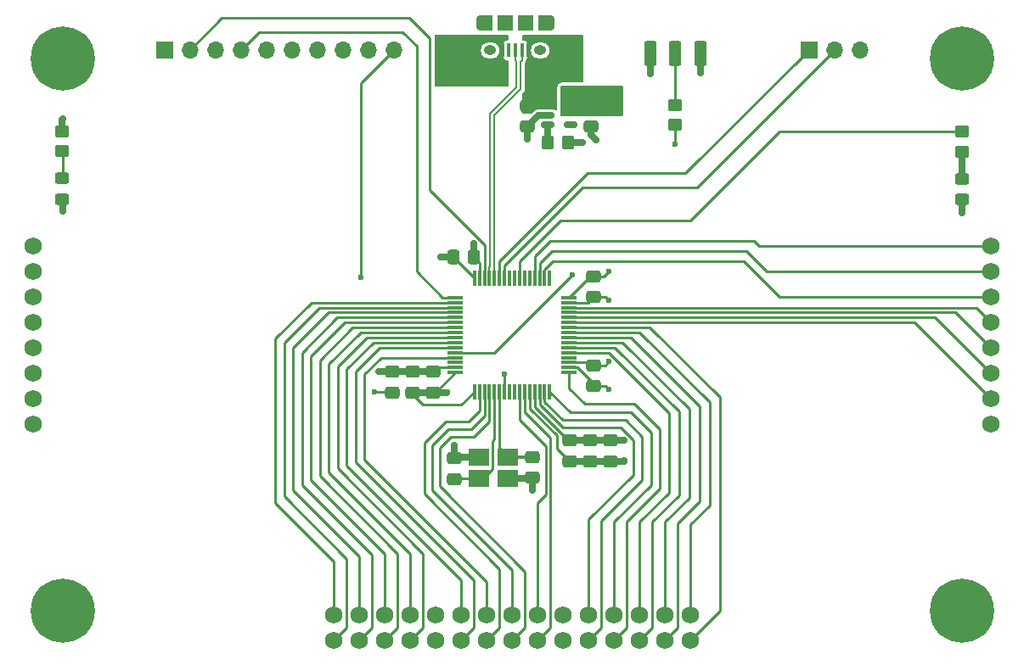
<source format=gbr>
%TF.GenerationSoftware,KiCad,Pcbnew,8.0.7*%
%TF.CreationDate,2025-01-22T16:07:47-05:00*%
%TF.ProjectId,companion,636f6d70-616e-4696-9f6e-2e6b69636164,rev?*%
%TF.SameCoordinates,Original*%
%TF.FileFunction,Copper,L1,Top*%
%TF.FilePolarity,Positive*%
%FSLAX46Y46*%
G04 Gerber Fmt 4.6, Leading zero omitted, Abs format (unit mm)*
G04 Created by KiCad (PCBNEW 8.0.7) date 2025-01-22 16:07:47*
%MOMM*%
%LPD*%
G01*
G04 APERTURE LIST*
G04 Aperture macros list*
%AMRoundRect*
0 Rectangle with rounded corners*
0 $1 Rounding radius*
0 $2 $3 $4 $5 $6 $7 $8 $9 X,Y pos of 4 corners*
0 Add a 4 corners polygon primitive as box body*
4,1,4,$2,$3,$4,$5,$6,$7,$8,$9,$2,$3,0*
0 Add four circle primitives for the rounded corners*
1,1,$1+$1,$2,$3*
1,1,$1+$1,$4,$5*
1,1,$1+$1,$6,$7*
1,1,$1+$1,$8,$9*
0 Add four rect primitives between the rounded corners*
20,1,$1+$1,$2,$3,$4,$5,0*
20,1,$1+$1,$4,$5,$6,$7,0*
20,1,$1+$1,$6,$7,$8,$9,0*
20,1,$1+$1,$8,$9,$2,$3,0*%
G04 Aperture macros list end*
%TA.AperFunction,ComponentPad*%
%ADD10C,1.750000*%
%TD*%
%TA.AperFunction,SMDPad,CuDef*%
%ADD11RoundRect,0.250000X-0.475000X0.337500X-0.475000X-0.337500X0.475000X-0.337500X0.475000X0.337500X0*%
%TD*%
%TA.AperFunction,SMDPad,CuDef*%
%ADD12RoundRect,0.075000X0.075000X-0.700000X0.075000X0.700000X-0.075000X0.700000X-0.075000X-0.700000X0*%
%TD*%
%TA.AperFunction,SMDPad,CuDef*%
%ADD13RoundRect,0.075000X0.700000X-0.075000X0.700000X0.075000X-0.700000X0.075000X-0.700000X-0.075000X0*%
%TD*%
%TA.AperFunction,ComponentPad*%
%ADD14C,0.800000*%
%TD*%
%TA.AperFunction,ComponentPad*%
%ADD15C,6.400000*%
%TD*%
%TA.AperFunction,SMDPad,CuDef*%
%ADD16RoundRect,0.250000X0.475000X-0.337500X0.475000X0.337500X-0.475000X0.337500X-0.475000X-0.337500X0*%
%TD*%
%TA.AperFunction,SMDPad,CuDef*%
%ADD17RoundRect,0.250000X0.450000X-0.350000X0.450000X0.350000X-0.450000X0.350000X-0.450000X-0.350000X0*%
%TD*%
%TA.AperFunction,SMDPad,CuDef*%
%ADD18R,2.100000X1.725000*%
%TD*%
%TA.AperFunction,SMDPad,CuDef*%
%ADD19R,0.400000X1.350000*%
%TD*%
%TA.AperFunction,ComponentPad*%
%ADD20O,0.890000X1.550000*%
%TD*%
%TA.AperFunction,SMDPad,CuDef*%
%ADD21R,1.200000X1.550000*%
%TD*%
%TA.AperFunction,ComponentPad*%
%ADD22O,1.250000X0.950000*%
%TD*%
%TA.AperFunction,SMDPad,CuDef*%
%ADD23R,1.500000X1.550000*%
%TD*%
%TA.AperFunction,SMDPad,CuDef*%
%ADD24RoundRect,0.250000X-0.337500X-0.475000X0.337500X-0.475000X0.337500X0.475000X-0.337500X0.475000X0*%
%TD*%
%TA.AperFunction,SMDPad,CuDef*%
%ADD25RoundRect,0.250000X0.375000X1.000000X-0.375000X1.000000X-0.375000X-1.000000X0.375000X-1.000000X0*%
%TD*%
%TA.AperFunction,ComponentPad*%
%ADD26R,1.700000X1.700000*%
%TD*%
%TA.AperFunction,ComponentPad*%
%ADD27O,1.700000X1.700000*%
%TD*%
%TA.AperFunction,SMDPad,CuDef*%
%ADD28RoundRect,0.250000X-0.450000X0.325000X-0.450000X-0.325000X0.450000X-0.325000X0.450000X0.325000X0*%
%TD*%
%TA.AperFunction,SMDPad,CuDef*%
%ADD29RoundRect,0.250000X0.350000X0.450000X-0.350000X0.450000X-0.350000X-0.450000X0.350000X-0.450000X0*%
%TD*%
%TA.AperFunction,SMDPad,CuDef*%
%ADD30RoundRect,0.150000X-0.512500X-0.150000X0.512500X-0.150000X0.512500X0.150000X-0.512500X0.150000X0*%
%TD*%
%TA.AperFunction,ViaPad*%
%ADD31C,0.600000*%
%TD*%
%TA.AperFunction,Conductor*%
%ADD32C,0.635000*%
%TD*%
%TA.AperFunction,Conductor*%
%ADD33C,0.254000*%
%TD*%
%TA.AperFunction,Conductor*%
%ADD34C,0.304800*%
%TD*%
%TA.AperFunction,Conductor*%
%ADD35C,0.200000*%
%TD*%
G04 APERTURE END LIST*
D10*
%TO.P,U1,1,VBUS*%
%TO.N,VBUS*%
X103632000Y-66040000D03*
%TO.P,U1,2,VBUS*%
X103632000Y-68580000D03*
%TO.P,U1,3,VBUS*%
X103632000Y-71120000D03*
%TO.P,U1,4,VBUS*%
X103632000Y-73660000D03*
%TO.P,U1,5,GND*%
%TO.N,GND*%
X103632000Y-76200000D03*
%TO.P,U1,6,GND*%
X103632000Y-78740000D03*
%TO.P,U1,7,GND*%
X103632000Y-81280000D03*
%TO.P,U1,8,GND*%
X103632000Y-83820000D03*
%TO.P,U1,9,DATA0*%
%TO.N,/DATA0*%
X133604000Y-105410000D03*
%TO.P,U1,10,DATA1*%
%TO.N,/DATA1*%
X136144000Y-105410000D03*
%TO.P,U1,11,DATA2*%
%TO.N,/DATA2*%
X138684000Y-105410000D03*
%TO.P,U1,12,DATA3*%
%TO.N,/DATA3*%
X141224000Y-105410000D03*
%TO.P,U1,13,GND*%
%TO.N,GND*%
X143764000Y-105410000D03*
%TO.P,U1,14,DATA4*%
%TO.N,/DATA4*%
X146304000Y-105410000D03*
%TO.P,U1,15,DATA5*%
%TO.N,/DATA5*%
X148844000Y-105410000D03*
%TO.P,U1,16,DATA6*%
%TO.N,/DATA6*%
X151384000Y-105410000D03*
%TO.P,U1,17,DATA7*%
%TO.N,/DATA7*%
X153924000Y-105410000D03*
%TO.P,U1,18,GND*%
%TO.N,GND*%
X156464000Y-105410000D03*
%TO.P,U1,19,DATA8*%
%TO.N,/DATA8*%
X159004000Y-105410000D03*
%TO.P,U1,20,DATA9*%
%TO.N,/DATA9*%
X161544000Y-105410000D03*
%TO.P,U1,21,DATA10*%
%TO.N,/DATA10*%
X164084000Y-105410000D03*
%TO.P,U1,22,DATA11*%
%TO.N,/DATA11*%
X166624000Y-105410000D03*
%TO.P,U1,23,DATA12*%
%TO.N,/DATA12*%
X169164000Y-105410000D03*
%TO.P,U1,24,DATA13*%
%TO.N,/DATA13*%
X169164000Y-102870000D03*
%TO.P,U1,25,DATA14*%
%TO.N,/DATA14*%
X166624000Y-102870000D03*
%TO.P,U1,26,DATA15*%
%TO.N,/DATA15*%
X164084000Y-102870000D03*
%TO.P,U1,27,ADDR5*%
%TO.N,/ADDR5*%
X161544000Y-102870000D03*
%TO.P,U1,28,ADDR4*%
%TO.N,/ADDR4*%
X159004000Y-102870000D03*
%TO.P,U1,29,GND*%
%TO.N,GND*%
X156464000Y-102870000D03*
%TO.P,U1,30,ADDR3*%
%TO.N,/ADDR3*%
X153924000Y-102870000D03*
%TO.P,U1,31,ADDR2*%
%TO.N,/ADDR2*%
X151384000Y-102870000D03*
%TO.P,U1,32,ADDR1*%
%TO.N,/ADDR1*%
X148844000Y-102870000D03*
%TO.P,U1,33,ADDR0*%
%TO.N,/ADDR0*%
X146304000Y-102870000D03*
%TO.P,U1,34,GND*%
%TO.N,GND*%
X143764000Y-102870000D03*
%TO.P,U1,35,~{WRITE}/READ*%
%TO.N,/~{W}{slash}R*%
X141224000Y-102870000D03*
%TO.P,U1,36,~{BYTE}/WORD*%
%TO.N,/~{B}{slash}W*%
X138684000Y-102870000D03*
%TO.P,U1,37,~{ENABLE}*%
%TO.N,/~{EN}*%
X136144000Y-102870000D03*
%TO.P,U1,38,CLK*%
%TO.N,/CLK*%
X133604000Y-102870000D03*
%TO.P,U1,39,GND*%
%TO.N,GND*%
X199136000Y-83820000D03*
%TO.P,U1,40,CDONE*%
%TO.N,/CDONE*%
X199136000Y-81280000D03*
%TO.P,U1,41,~{CRESET}*%
%TO.N,/~{CRESET}*%
X199136000Y-78740000D03*
%TO.P,U1,42,~{FLASH_RESET}*%
%TO.N,/~{FRESET}*%
X199136000Y-76200000D03*
%TO.P,U1,43,~{FLASH_SEL}*%
%TO.N,/~{FSEL}*%
X199136000Y-73660000D03*
%TO.P,U1,44,SCK*%
%TO.N,/SPI_SCK*%
X199136000Y-71120000D03*
%TO.P,U1,45,SDO*%
%TO.N,/SPI_MISO*%
X199136000Y-68580000D03*
%TO.P,U1,46,SDI*%
%TO.N,/SPI_MOSI*%
X199136000Y-66040000D03*
%TD*%
D11*
%TO.P,C11,1*%
%TO.N,+3.3V*%
X159258000Y-52070000D03*
%TO.P,C11,2*%
%TO.N,GND*%
X159258000Y-54145000D03*
%TD*%
D12*
%TO.P,U3,1,VDD*%
%TO.N,+3.3V*%
X147634000Y-80605000D03*
%TO.P,U3,2,PC13*%
%TO.N,/DATA5*%
X148134000Y-80605000D03*
%TO.P,U3,3,PC14*%
%TO.N,/ADDR2*%
X148634000Y-80605000D03*
%TO.P,U3,4,PC15*%
%TO.N,/DATA6*%
X149134000Y-80605000D03*
%TO.P,U3,5,PF0*%
%TO.N,/RCC_OSC_IN*%
X149634000Y-80605000D03*
%TO.P,U3,6,PF1*%
%TO.N,/RCC_OSC_OUT*%
X150134000Y-80605000D03*
%TO.P,U3,7,NRST*%
%TO.N,/NRST*%
X150634000Y-80605000D03*
%TO.P,U3,8,PC0*%
%TO.N,unconnected-(U3-PC0-Pad8)*%
X151134000Y-80605000D03*
%TO.P,U3,9,PC1*%
%TO.N,unconnected-(U3-PC1-Pad9)*%
X151634000Y-80605000D03*
%TO.P,U3,10,PC2*%
%TO.N,/ADDR3*%
X152134000Y-80605000D03*
%TO.P,U3,11,PC3*%
%TO.N,/DATA7*%
X152634000Y-80605000D03*
%TO.P,U3,12,VSSA*%
%TO.N,GND*%
X153134000Y-80605000D03*
%TO.P,U3,13,VDDA*%
%TO.N,+3.3V*%
X153634000Y-80605000D03*
%TO.P,U3,14,PA0*%
%TO.N,/ADDR4*%
X154134000Y-80605000D03*
%TO.P,U3,15,PA1*%
%TO.N,/DATA8*%
X154634000Y-80605000D03*
%TO.P,U3,16,PA2*%
%TO.N,/ADDR5*%
X155134000Y-80605000D03*
D13*
%TO.P,U3,17,PA3*%
%TO.N,/DATA9*%
X157059000Y-78680000D03*
%TO.P,U3,18,VSS*%
%TO.N,GND*%
X157059000Y-78180000D03*
%TO.P,U3,19,VDD*%
%TO.N,+3.3V*%
X157059000Y-77680000D03*
%TO.P,U3,20,PA4*%
%TO.N,unconnected-(U3-PA4-Pad20)*%
X157059000Y-77180000D03*
%TO.P,U3,21,PA5*%
%TO.N,/DATA15*%
X157059000Y-76680000D03*
%TO.P,U3,22,PA6*%
%TO.N,/DATA10*%
X157059000Y-76180000D03*
%TO.P,U3,23,PA7*%
%TO.N,/DATA14*%
X157059000Y-75680000D03*
%TO.P,U3,24,PC4*%
%TO.N,/DATA11*%
X157059000Y-75180000D03*
%TO.P,U3,25,PC5*%
%TO.N,/DATA13*%
X157059000Y-74680000D03*
%TO.P,U3,26,PB0*%
%TO.N,/DATA12*%
X157059000Y-74180000D03*
%TO.P,U3,27,PB1*%
%TO.N,/CDONE*%
X157059000Y-73680000D03*
%TO.P,U3,28,PB2*%
%TO.N,/~{CRESET}*%
X157059000Y-73180000D03*
%TO.P,U3,29,PB10*%
%TO.N,/~{FRESET}*%
X157059000Y-72680000D03*
%TO.P,U3,30,PB11*%
%TO.N,/~{FSEL}*%
X157059000Y-72180000D03*
%TO.P,U3,31,VSS*%
%TO.N,GND*%
X157059000Y-71680000D03*
%TO.P,U3,32,VDD*%
%TO.N,+3.3V*%
X157059000Y-71180000D03*
D12*
%TO.P,U3,33,PB12*%
%TO.N,unconnected-(U3-PB12-Pad33)*%
X155134000Y-69255000D03*
%TO.P,U3,34,PB13*%
%TO.N,/SPI_SCK*%
X154634000Y-69255000D03*
%TO.P,U3,35,PB14*%
%TO.N,/SPI_MISO*%
X154134000Y-69255000D03*
%TO.P,U3,36,PB15*%
%TO.N,/SPI_MOSI*%
X153634000Y-69255000D03*
%TO.P,U3,37,PC6*%
%TO.N,unconnected-(U3-PC6-Pad37)*%
X153134000Y-69255000D03*
%TO.P,U3,38,PC7*%
%TO.N,unconnected-(U3-PC7-Pad38)*%
X152634000Y-69255000D03*
%TO.P,U3,39,PC8*%
%TO.N,/LED*%
X152134000Y-69255000D03*
%TO.P,U3,40,PC9*%
%TO.N,unconnected-(U3-PC9-Pad40)*%
X151634000Y-69255000D03*
%TO.P,U3,41,PA8*%
%TO.N,unconnected-(U3-PA8-Pad41)*%
X151134000Y-69255000D03*
%TO.P,U3,42,PA9*%
%TO.N,/BOOT_TX*%
X150634000Y-69255000D03*
%TO.P,U3,43,PA10*%
%TO.N,/BOOT_RX*%
X150134000Y-69255000D03*
%TO.P,U3,44,PA11*%
%TO.N,/USB_D-*%
X149634000Y-69255000D03*
%TO.P,U3,45,PA12*%
%TO.N,/USB_D+*%
X149134000Y-69255000D03*
%TO.P,U3,46,PA13*%
%TO.N,/SYS_SWDIO*%
X148634000Y-69255000D03*
%TO.P,U3,47,VSS*%
%TO.N,GND*%
X148134000Y-69255000D03*
%TO.P,U3,48,VDD*%
%TO.N,+3.3V*%
X147634000Y-69255000D03*
D13*
%TO.P,U3,49,PA14*%
%TO.N,/SYS_SWCLK*%
X145709000Y-71180000D03*
%TO.P,U3,50,PA15*%
%TO.N,/CLK*%
X145709000Y-71680000D03*
%TO.P,U3,51,PC10*%
%TO.N,/DATA0*%
X145709000Y-72180000D03*
%TO.P,U3,52,PC11*%
%TO.N,/~{EN}*%
X145709000Y-72680000D03*
%TO.P,U3,53,PC12*%
%TO.N,/DATA1*%
X145709000Y-73180000D03*
%TO.P,U3,54,PD2*%
%TO.N,/~{B}{slash}W*%
X145709000Y-73680000D03*
%TO.P,U3,55,PB3*%
%TO.N,/DATA2*%
X145709000Y-74180000D03*
%TO.P,U3,56,PB4*%
%TO.N,/~{W}{slash}R*%
X145709000Y-74680000D03*
%TO.P,U3,57,PB5*%
%TO.N,/DATA3*%
X145709000Y-75180000D03*
%TO.P,U3,58,PB6*%
%TO.N,/ADDR0*%
X145709000Y-75680000D03*
%TO.P,U3,59,PB7*%
%TO.N,/DATA4*%
X145709000Y-76180000D03*
%TO.P,U3,60,BOOT0*%
%TO.N,/BOOT0*%
X145709000Y-76680000D03*
%TO.P,U3,61,PB8*%
%TO.N,/ADDR1*%
X145709000Y-77180000D03*
%TO.P,U3,62,PB9*%
%TO.N,unconnected-(U3-PB9-Pad62)*%
X145709000Y-77680000D03*
%TO.P,U3,63,VSS*%
%TO.N,GND*%
X145709000Y-78180000D03*
%TO.P,U3,64,VDD*%
%TO.N,+3.3V*%
X145709000Y-78680000D03*
%TD*%
D14*
%TO.P,H3,1,1*%
%TO.N,GND*%
X193815000Y-102489000D03*
X194517944Y-100791944D03*
X194517944Y-104186056D03*
X196215000Y-100089000D03*
D15*
X196215000Y-102489000D03*
D14*
X196215000Y-104889000D03*
X197912056Y-100791944D03*
X197912056Y-104186056D03*
X198615000Y-102489000D03*
%TD*%
D11*
%TO.P,C1,1*%
%TO.N,+3.3V*%
X157099000Y-85449500D03*
%TO.P,C1,2*%
%TO.N,GND*%
X157099000Y-87524500D03*
%TD*%
D14*
%TO.P,H1,1,1*%
%TO.N,GND*%
X104153000Y-47371000D03*
X104855944Y-45673944D03*
X104855944Y-49068056D03*
X106553000Y-44971000D03*
D15*
X106553000Y-47371000D03*
D14*
X106553000Y-49771000D03*
X108250056Y-45673944D03*
X108250056Y-49068056D03*
X108953000Y-47371000D03*
%TD*%
D16*
%TO.P,C9,1*%
%TO.N,/NRST*%
X139446000Y-80666500D03*
%TO.P,C9,2*%
%TO.N,GND*%
X139446000Y-78591500D03*
%TD*%
D11*
%TO.P,C3,1*%
%TO.N,+3.3V*%
X161163000Y-85449500D03*
%TO.P,C3,2*%
%TO.N,GND*%
X161163000Y-87524500D03*
%TD*%
D17*
%TO.P,R4,1*%
%TO.N,Net-(D2-K)*%
X196215000Y-56642000D03*
%TO.P,R4,2*%
%TO.N,/LED*%
X196215000Y-54642000D03*
%TD*%
D11*
%TO.P,C10,1*%
%TO.N,VBUS*%
X152908000Y-52048500D03*
%TO.P,C10,2*%
%TO.N,GND*%
X152908000Y-54123500D03*
%TD*%
D17*
%TO.P,R2,1*%
%TO.N,/BOOT0*%
X167640000Y-53959000D03*
%TO.P,R2,2*%
%TO.N,Net-(SW1-B)*%
X167640000Y-51959000D03*
%TD*%
D16*
%TO.P,C12,1*%
%TO.N,/RCC_OSC_IN*%
X145658250Y-89302500D03*
%TO.P,C12,2*%
%TO.N,GND*%
X145658250Y-87227500D03*
%TD*%
D18*
%TO.P,Y1,1,1*%
%TO.N,/RCC_OSC_IN*%
X148092250Y-89281000D03*
%TO.P,Y1,2,2*%
%TO.N,GND*%
X150992250Y-89281000D03*
%TO.P,Y1,3,3*%
%TO.N,/RCC_OSC_OUT*%
X150992250Y-87106000D03*
%TO.P,Y1,4,4*%
%TO.N,GND*%
X148092250Y-87106000D03*
%TD*%
D14*
%TO.P,H2,1,1*%
%TO.N,GND*%
X193815000Y-47371000D03*
X194517944Y-45673944D03*
X194517944Y-49068056D03*
X196215000Y-44971000D03*
D15*
X196215000Y-47371000D03*
D14*
X196215000Y-49771000D03*
X197912056Y-45673944D03*
X197912056Y-49068056D03*
X198615000Y-47371000D03*
%TD*%
D16*
%TO.P,C6,1*%
%TO.N,+3.3V*%
X143510000Y-80666500D03*
%TO.P,C6,2*%
%TO.N,GND*%
X143510000Y-78591500D03*
%TD*%
D19*
%TO.P,J1,1,VBUS*%
%TO.N,VBUS*%
X153009000Y-46515000D03*
%TO.P,J1,2,D-*%
%TO.N,/USB_D-*%
X152359000Y-46515000D03*
%TO.P,J1,3,D+*%
%TO.N,/USB_D+*%
X151709000Y-46515000D03*
%TO.P,J1,4,ID*%
%TO.N,unconnected-(J1-ID-Pad4)*%
X151059000Y-46515000D03*
%TO.P,J1,5,GND*%
%TO.N,GND*%
X150409000Y-46515000D03*
D20*
%TO.P,J1,6,Shield*%
%TO.N,unconnected-(J1-Shield-Pad6)_2*%
X155209000Y-43815000D03*
D21*
X154609000Y-43815000D03*
D22*
X154209000Y-46515000D03*
D23*
X152709000Y-43815000D03*
X150709000Y-43815000D03*
D22*
X149209000Y-46515000D03*
D21*
X148809000Y-43815000D03*
D20*
X148209000Y-43815000D03*
%TD*%
D24*
%TO.P,C7,1*%
%TO.N,+3.3V*%
X145520500Y-67183000D03*
%TO.P,C7,2*%
%TO.N,GND*%
X147595500Y-67183000D03*
%TD*%
D11*
%TO.P,C5,1*%
%TO.N,+3.3V*%
X159512000Y-69066500D03*
%TO.P,C5,2*%
%TO.N,GND*%
X159512000Y-71141500D03*
%TD*%
D25*
%TO.P,SW1,1,A*%
%TO.N,GND*%
X170167000Y-46819000D03*
%TO.P,SW1,2,B*%
%TO.N,Net-(SW1-B)*%
X167667000Y-46819000D03*
%TO.P,SW1,3,C*%
%TO.N,+3.3V*%
X165167000Y-46819000D03*
%TD*%
D17*
%TO.P,R3,1*%
%TO.N,Net-(D1-K)*%
X106508000Y-56580000D03*
%TO.P,R3,2*%
%TO.N,GND*%
X106508000Y-54580000D03*
%TD*%
D26*
%TO.P,J2,1,Pin_1*%
%TO.N,+3.3V*%
X116713000Y-46482000D03*
D27*
%TO.P,J2,2,Pin_2*%
%TO.N,/SYS_SWDIO*%
X119253000Y-46482000D03*
%TO.P,J2,3,Pin_3*%
%TO.N,GND*%
X121793000Y-46482000D03*
%TO.P,J2,4,Pin_4*%
%TO.N,/SYS_SWCLK*%
X124333000Y-46482000D03*
%TO.P,J2,5,Pin_5*%
%TO.N,GND*%
X126873000Y-46482000D03*
%TO.P,J2,6,Pin_6*%
%TO.N,unconnected-(J2-Pin_6-Pad6)*%
X129413000Y-46482000D03*
%TO.P,J2,7,Pin_7*%
%TO.N,unconnected-(J2-Pin_7-Pad7)*%
X131953000Y-46482000D03*
%TO.P,J2,8,Pin_8*%
%TO.N,unconnected-(J2-Pin_8-Pad8)*%
X134493000Y-46482000D03*
%TO.P,J2,9,Pin_9*%
%TO.N,GND*%
X137033000Y-46482000D03*
%TO.P,J2,10,Pin_10*%
%TO.N,/NRST*%
X139573000Y-46482000D03*
%TD*%
D14*
%TO.P,H4,1,1*%
%TO.N,GND*%
X104153000Y-102489000D03*
X104855944Y-100791944D03*
X104855944Y-104186056D03*
X106553000Y-100089000D03*
D15*
X106553000Y-102489000D03*
D14*
X106553000Y-104889000D03*
X108250056Y-100791944D03*
X108250056Y-104186056D03*
X108953000Y-102489000D03*
%TD*%
D28*
%TO.P,D2,1,K*%
%TO.N,Net-(D2-K)*%
X196215000Y-59362000D03*
%TO.P,D2,2,A*%
%TO.N,+3.3V*%
X196215000Y-61412000D03*
%TD*%
D29*
%TO.P,R1,1*%
%TO.N,VBUS*%
X156956000Y-55753000D03*
%TO.P,R1,2*%
%TO.N,Net-(U2-EN)*%
X154956000Y-55753000D03*
%TD*%
D16*
%TO.P,C8,1*%
%TO.N,+3.3V*%
X141478000Y-80666500D03*
%TO.P,C8,2*%
%TO.N,GND*%
X141478000Y-78591500D03*
%TD*%
D30*
%TO.P,U2,1,VIN*%
%TO.N,VBUS*%
X154951000Y-52075000D03*
%TO.P,U2,2,GND*%
%TO.N,GND*%
X154951000Y-53025000D03*
%TO.P,U2,3,EN*%
%TO.N,Net-(U2-EN)*%
X154951000Y-53975000D03*
%TO.P,U2,4,NC*%
%TO.N,unconnected-(U2-NC-Pad4)*%
X157226000Y-53975000D03*
%TO.P,U2,5,VOUT*%
%TO.N,+3.3V*%
X157226000Y-52075000D03*
%TD*%
D11*
%TO.P,C2,1*%
%TO.N,+3.3V*%
X159131000Y-85449500D03*
%TO.P,C2,2*%
%TO.N,GND*%
X159131000Y-87524500D03*
%TD*%
D26*
%TO.P,J3,1,Pin_1*%
%TO.N,/BOOT_RX*%
X180975000Y-46482000D03*
D27*
%TO.P,J3,2,Pin_2*%
%TO.N,/BOOT_TX*%
X183515000Y-46482000D03*
%TO.P,J3,3,Pin_3*%
%TO.N,GND*%
X186055000Y-46482000D03*
%TD*%
D28*
%TO.P,D1,1,K*%
%TO.N,Net-(D1-K)*%
X106508000Y-59300000D03*
%TO.P,D1,2,A*%
%TO.N,+3.3V*%
X106508000Y-61350000D03*
%TD*%
D11*
%TO.P,C13,1*%
%TO.N,/RCC_OSC_OUT*%
X153405250Y-87100500D03*
%TO.P,C13,2*%
%TO.N,GND*%
X153405250Y-89175500D03*
%TD*%
%TO.P,C4,1*%
%TO.N,+3.3V*%
X159512000Y-77956500D03*
%TO.P,C4,2*%
%TO.N,GND*%
X159512000Y-80031500D03*
%TD*%
D31*
%TO.N,GND*%
X162560000Y-87503000D03*
X159766000Y-55499000D03*
X161036000Y-71501000D03*
X149987000Y-49403000D03*
X170180000Y-48768000D03*
X144272000Y-45339000D03*
X148844000Y-48387000D03*
X144272000Y-48387000D03*
X145415000Y-45339000D03*
X145415000Y-49403000D03*
X146558000Y-47371000D03*
X145415000Y-47371000D03*
X146558000Y-48387000D03*
X138049000Y-78613000D03*
X147701000Y-48387000D03*
X146558000Y-49403000D03*
X144272000Y-47371000D03*
X147574000Y-65786000D03*
X147701000Y-49403000D03*
X145415000Y-48387000D03*
X161036000Y-80391000D03*
X146558000Y-46355000D03*
X148844000Y-49403000D03*
X106553000Y-53340000D03*
X144272000Y-49403000D03*
X146558000Y-45339000D03*
X144272000Y-46355000D03*
X145415000Y-46355000D03*
X152908000Y-55372000D03*
X145658250Y-85979000D03*
X153405250Y-90424000D03*
X149987000Y-48387000D03*
%TO.N,+3.3V*%
X106553000Y-62611000D03*
X196215000Y-62738000D03*
X161417000Y-52197000D03*
X161036000Y-77597000D03*
X161417000Y-50419000D03*
X165167000Y-48828000D03*
X159131000Y-50419000D03*
X161417000Y-51308000D03*
X160274000Y-51308000D03*
X162560000Y-85471000D03*
X144907000Y-80645000D03*
X161036000Y-68580000D03*
X144272000Y-67183000D03*
X157988000Y-51308000D03*
X160274000Y-50419000D03*
X157988000Y-50419000D03*
%TO.N,VBUS*%
X156845000Y-45339000D03*
X153416000Y-49403000D03*
X156845000Y-46355000D03*
X157988000Y-46355000D03*
X155702000Y-48387000D03*
X156845000Y-48387000D03*
X154559000Y-49403000D03*
X158369000Y-55753000D03*
X153416000Y-48387000D03*
X157988000Y-49403000D03*
X156845000Y-47371000D03*
X154559000Y-48387000D03*
X154559000Y-50419000D03*
X157988000Y-48387000D03*
X157988000Y-47371000D03*
X153416000Y-50419000D03*
X156845000Y-49403000D03*
X155702000Y-49403000D03*
X157988000Y-45339000D03*
%TO.N,/BOOT0*%
X157353000Y-68961000D03*
X167640000Y-55880000D03*
%TO.N,/NRST*%
X136271000Y-69215000D03*
X137668000Y-80645000D03*
X150622000Y-78867000D03*
%TD*%
D32*
%TO.N,GND*%
X170167000Y-48755000D02*
X170180000Y-48768000D01*
D33*
X157904592Y-78180000D02*
X159512000Y-79787408D01*
X159512000Y-71141500D02*
X160676500Y-71141500D01*
D32*
X145779750Y-87106000D02*
X145658250Y-87227500D01*
X145658250Y-87227500D02*
X145658250Y-85979000D01*
D33*
X148134000Y-67721500D02*
X147595500Y-67183000D01*
X160676500Y-71141500D02*
X161036000Y-71501000D01*
D32*
X106508000Y-53385000D02*
X106553000Y-53340000D01*
D33*
X147595500Y-65807500D02*
X147574000Y-65786000D01*
X143921500Y-78180000D02*
X143510000Y-78591500D01*
D32*
X138070500Y-78591500D02*
X138049000Y-78613000D01*
D33*
X153134000Y-80605000D02*
X153134000Y-82268000D01*
D32*
X143510000Y-78591500D02*
X141478000Y-78591500D01*
X154951000Y-53025000D02*
X154006500Y-53025000D01*
D33*
X159512000Y-80031500D02*
X160676500Y-80031500D01*
D32*
X141478000Y-78591500D02*
X139446000Y-78591500D01*
X106508000Y-54580000D02*
X106508000Y-53385000D01*
D33*
X159512000Y-79787408D02*
X159512000Y-80031500D01*
D32*
X139446000Y-78591500D02*
X138070500Y-78591500D01*
D33*
X157059000Y-71680000D02*
X158973500Y-71680000D01*
X157059000Y-78180000D02*
X157904592Y-78180000D01*
D32*
X150992250Y-89281000D02*
X153299750Y-89281000D01*
D33*
X155829000Y-86254500D02*
X157099000Y-87524500D01*
X145709000Y-78180000D02*
X143921500Y-78180000D01*
X148134000Y-69255000D02*
X148134000Y-67721500D01*
D32*
X147595500Y-67183000D02*
X147595500Y-65807500D01*
X170167000Y-46819000D02*
X170167000Y-48755000D01*
X154006500Y-53025000D02*
X152908000Y-54123500D01*
X159258000Y-54145000D02*
X159258000Y-54991000D01*
X153405250Y-89175500D02*
X153405250Y-90424000D01*
D33*
X153134000Y-82268000D02*
X155829000Y-84963000D01*
D32*
X152908000Y-54123500D02*
X152908000Y-55372000D01*
X153299750Y-89281000D02*
X153405250Y-89175500D01*
D33*
X158973500Y-71680000D02*
X159512000Y-71141500D01*
D32*
X162538500Y-87524500D02*
X162560000Y-87503000D01*
X148092250Y-87106000D02*
X145779750Y-87106000D01*
X159258000Y-54991000D02*
X159766000Y-55499000D01*
D33*
X155829000Y-84963000D02*
X155829000Y-86254500D01*
X160676500Y-80031500D02*
X161036000Y-80391000D01*
D32*
X157099000Y-87524500D02*
X162538500Y-87524500D01*
%TO.N,+3.3V*%
X106553000Y-61350000D02*
X106553000Y-62611000D01*
X157099000Y-85449500D02*
X162538500Y-85449500D01*
D33*
X141478000Y-80899000D02*
X141478000Y-80666500D01*
X157059000Y-71180000D02*
X159172500Y-69066500D01*
X144885500Y-80666500D02*
X144907000Y-80645000D01*
X159512000Y-77956500D02*
X160676500Y-77956500D01*
X147634000Y-69255000D02*
X145562000Y-67183000D01*
X142494000Y-81915000D02*
X141478000Y-80899000D01*
D32*
X145520500Y-67183000D02*
X144272000Y-67183000D01*
D33*
X160549500Y-69066500D02*
X161036000Y-68580000D01*
X145562000Y-67183000D02*
X145520500Y-67183000D01*
X160676500Y-77956500D02*
X161036000Y-77597000D01*
D32*
X162538500Y-85449500D02*
X162560000Y-85471000D01*
D33*
X156957552Y-85449500D02*
X157099000Y-85449500D01*
X153634000Y-80605000D02*
X153634000Y-82125948D01*
D32*
X143510000Y-80666500D02*
X144885500Y-80666500D01*
D33*
X159235500Y-77680000D02*
X159512000Y-77956500D01*
D32*
X165167000Y-48828000D02*
X165167000Y-46819000D01*
X196215000Y-61412000D02*
X196215000Y-62738000D01*
D33*
X153634000Y-82125948D02*
X156957552Y-85449500D01*
X143722500Y-80666500D02*
X143510000Y-80666500D01*
X159172500Y-69066500D02*
X159512000Y-69066500D01*
X146324000Y-81915000D02*
X142494000Y-81915000D01*
X157059000Y-77680000D02*
X159235500Y-77680000D01*
X147634000Y-80605000D02*
X146324000Y-81915000D01*
D32*
X141478000Y-80666500D02*
X143510000Y-80666500D01*
D33*
X145709000Y-78680000D02*
X143722500Y-80666500D01*
X159512000Y-69066500D02*
X160549500Y-69066500D01*
D32*
%TO.N,VBUS*%
X156956000Y-55753000D02*
X158369000Y-55753000D01*
D33*
%TO.N,/RCC_OSC_IN*%
X149469250Y-85480750D02*
X149469250Y-88295500D01*
X148483750Y-89281000D02*
X148092250Y-89281000D01*
X149634000Y-85316000D02*
X149469250Y-85480750D01*
X145658250Y-89302500D02*
X145552750Y-89302500D01*
X149634000Y-80605000D02*
X149634000Y-85316000D01*
X149469250Y-88295500D02*
X148483750Y-89281000D01*
X145679750Y-89281000D02*
X145658250Y-89302500D01*
X148092250Y-89281000D02*
X145679750Y-89281000D01*
D34*
%TO.N,/RCC_OSC_OUT*%
X153405250Y-87100500D02*
X150997750Y-87100500D01*
D33*
X150103250Y-85344000D02*
X150103250Y-86217000D01*
X150134000Y-80605000D02*
X150134000Y-85313250D01*
X150134000Y-85313250D02*
X150103250Y-85344000D01*
X150103250Y-86217000D02*
X150992250Y-87106000D01*
D34*
X150997750Y-87100500D02*
X150992250Y-87106000D01*
D35*
%TO.N,/USB_D+*%
X151809000Y-47627501D02*
X151709000Y-47527501D01*
X151709000Y-47527501D02*
X151709000Y-46515000D01*
X149134000Y-69255000D02*
X149134000Y-68092499D01*
X149134000Y-68092499D02*
X149159000Y-68067499D01*
X149159000Y-52833800D02*
X151809000Y-50183800D01*
X149159000Y-68067499D02*
X149159000Y-52833800D01*
X151809000Y-50183800D02*
X151809000Y-47627501D01*
%TO.N,/USB_D-*%
X152259000Y-47627501D02*
X152359000Y-47527501D01*
X149609000Y-53020200D02*
X152259000Y-50370200D01*
X152359000Y-47527501D02*
X152359000Y-46515000D01*
X149609000Y-68067499D02*
X149609000Y-53020200D01*
X149634000Y-68092499D02*
X149609000Y-68067499D01*
X152259000Y-50370200D02*
X152259000Y-47627501D01*
X149634000Y-69255000D02*
X149634000Y-68092499D01*
D33*
%TO.N,/SYS_SWCLK*%
X140462000Y-44704000D02*
X126111000Y-44704000D01*
X141859000Y-68580000D02*
X141859000Y-46101000D01*
X141859000Y-46101000D02*
X140462000Y-44704000D01*
X144459000Y-71180000D02*
X141859000Y-68580000D01*
X145709000Y-71180000D02*
X144459000Y-71180000D01*
X126111000Y-44704000D02*
X124333000Y-46482000D01*
%TO.N,/SYS_SWDIO*%
X122428000Y-43307000D02*
X119253000Y-46482000D01*
X143129000Y-60429539D02*
X143129000Y-45339000D01*
X148634000Y-65934539D02*
X143129000Y-60429539D01*
X143129000Y-45339000D02*
X141097000Y-43307000D01*
X141097000Y-43307000D02*
X122428000Y-43307000D01*
X148634000Y-69255000D02*
X148634000Y-65934539D01*
D32*
%TO.N,Net-(U2-EN)*%
X154956000Y-55753000D02*
X154956000Y-53980000D01*
X154956000Y-53980000D02*
X154951000Y-53975000D01*
D33*
%TO.N,/BOOT0*%
X145709000Y-76680000D02*
X149634000Y-76680000D01*
X149634000Y-76680000D02*
X156591000Y-69723000D01*
X156591000Y-69723000D02*
X156718000Y-69596000D01*
X167640000Y-55880000D02*
X167640000Y-53959000D01*
X156718000Y-69596000D02*
X157353000Y-68961000D01*
%TO.N,Net-(SW1-B)*%
X167667000Y-46819000D02*
X167667000Y-51932000D01*
X167667000Y-51932000D02*
X167640000Y-51959000D01*
%TO.N,/LED*%
X169164000Y-63500000D02*
X178022000Y-54642000D01*
X152134000Y-67576000D02*
X156210000Y-63500000D01*
X152134000Y-69255000D02*
X152134000Y-67576000D01*
X178022000Y-54642000D02*
X196215000Y-54642000D01*
X156210000Y-63500000D02*
X169164000Y-63500000D01*
%TO.N,/NRST*%
X139573000Y-46482000D02*
X136271000Y-49784000D01*
X139424500Y-80645000D02*
X139446000Y-80666500D01*
X136271000Y-49784000D02*
X136271000Y-69215000D01*
X137668000Y-80645000D02*
X139424500Y-80645000D01*
X150634000Y-78879000D02*
X150622000Y-78867000D01*
X150634000Y-80605000D02*
X150634000Y-78879000D01*
%TO.N,/BOOT_RX*%
X158928704Y-58801000D02*
X168656000Y-58801000D01*
X168656000Y-58801000D02*
X180975000Y-46482000D01*
X150134000Y-67595704D02*
X158928704Y-58801000D01*
X150134000Y-69255000D02*
X150134000Y-67595704D01*
%TO.N,/BOOT_TX*%
X169799000Y-60198000D02*
X183515000Y-46482000D01*
X158432500Y-60198000D02*
X169799000Y-60198000D01*
X150634000Y-67996500D02*
X158432500Y-60198000D01*
X150634000Y-69255000D02*
X150634000Y-67996500D01*
%TO.N,Net-(D1-K)*%
X106553000Y-59300000D02*
X106553000Y-56625000D01*
X106553000Y-56625000D02*
X106508000Y-56580000D01*
D32*
%TO.N,Net-(D2-K)*%
X196215000Y-59362000D02*
X196215000Y-56642000D01*
D33*
%TO.N,/DATA14*%
X169037000Y-82296000D02*
X169037000Y-91186000D01*
X162421000Y-75680000D02*
X169037000Y-82296000D01*
X166624000Y-93599000D02*
X166624000Y-102870000D01*
X169037000Y-91186000D02*
X166624000Y-93599000D01*
X157059000Y-75680000D02*
X162421000Y-75680000D01*
%TO.N,/DATA10*%
X168021000Y-82550000D02*
X168021000Y-90932000D01*
X165354000Y-93599000D02*
X165354000Y-104140000D01*
X165354000Y-104140000D02*
X164084000Y-105410000D01*
X161651000Y-76180000D02*
X168021000Y-82550000D01*
X168021000Y-90932000D02*
X165354000Y-93599000D01*
X157059000Y-76180000D02*
X161651000Y-76180000D01*
%TO.N,/DATA9*%
X158623000Y-81788000D02*
X163576000Y-81788000D01*
X157059000Y-80224000D02*
X158623000Y-81788000D01*
X162814000Y-93599000D02*
X162814000Y-104140000D01*
X166116000Y-84328000D02*
X166116000Y-90297000D01*
X163576000Y-81788000D02*
X166116000Y-84328000D01*
X162814000Y-104140000D02*
X161544000Y-105410000D01*
X157059000Y-78680000D02*
X157059000Y-80224000D01*
X166116000Y-90297000D02*
X162814000Y-93599000D01*
%TO.N,/ADDR3*%
X153924000Y-91694000D02*
X153924000Y-102870000D01*
X152134000Y-80605000D02*
X152134000Y-83427000D01*
X154740000Y-90878000D02*
X153924000Y-91694000D01*
X152134000Y-83427000D02*
X154740000Y-86033000D01*
X154740000Y-86033000D02*
X154740000Y-90878000D01*
%TO.N,/ADDR0*%
X145709000Y-75680000D02*
X137553000Y-75680000D01*
X137553000Y-75680000D02*
X134874000Y-78359000D01*
X146304000Y-99441000D02*
X146304000Y-102870000D01*
X134874000Y-88011000D02*
X146304000Y-99441000D01*
X134874000Y-78359000D02*
X134874000Y-88011000D01*
%TO.N,/DATA12*%
X157059000Y-74180000D02*
X165112000Y-74180000D01*
X172085000Y-81153000D02*
X172085000Y-102489000D01*
X172085000Y-102489000D02*
X169164000Y-105410000D01*
X165112000Y-74180000D02*
X172085000Y-81153000D01*
%TO.N,/ADDR4*%
X154134000Y-80605000D02*
X154134000Y-81871000D01*
X156464000Y-84201000D02*
X162201460Y-84201000D01*
X162201460Y-84201000D02*
X163449000Y-85448540D01*
X154134000Y-81871000D02*
X156464000Y-84201000D01*
X159004000Y-93345000D02*
X159004000Y-102870000D01*
X163449000Y-88900000D02*
X159004000Y-93345000D01*
X163449000Y-85448540D02*
X163449000Y-88900000D01*
%TO.N,/DATA8*%
X162687000Y-83439000D02*
X164338000Y-85090000D01*
X154634000Y-80605000D02*
X154634000Y-81609000D01*
X160274000Y-104140000D02*
X159004000Y-105410000D01*
X164338000Y-85090000D02*
X164338000Y-89408000D01*
X160274000Y-93472000D02*
X160274000Y-104140000D01*
X164338000Y-89408000D02*
X160274000Y-93472000D01*
X156464000Y-83439000D02*
X162687000Y-83439000D01*
X154634000Y-81609000D02*
X156464000Y-83439000D01*
%TO.N,/~{FSEL}*%
X197656000Y-72180000D02*
X199136000Y-73660000D01*
X157059000Y-72180000D02*
X197656000Y-72180000D01*
%TO.N,/DATA6*%
X152654000Y-104140000D02*
X151384000Y-105410000D01*
X144145000Y-90043000D02*
X152654000Y-98552000D01*
X145288000Y-85090000D02*
X144145000Y-86233000D01*
X149134000Y-83530000D02*
X147574000Y-85090000D01*
X144145000Y-86233000D02*
X144145000Y-90043000D01*
X149134000Y-80605000D02*
X149134000Y-83530000D01*
X152654000Y-98552000D02*
X152654000Y-104140000D01*
X147574000Y-85090000D02*
X145288000Y-85090000D01*
%TO.N,/DATA13*%
X157059000Y-74680000D02*
X164088000Y-74680000D01*
X169164000Y-93853000D02*
X169164000Y-102870000D01*
X164088000Y-74680000D02*
X171069000Y-81661000D01*
X171069000Y-81661000D02*
X171069000Y-91948000D01*
X171069000Y-91948000D02*
X169164000Y-93853000D01*
%TO.N,/ADDR5*%
X155134000Y-80605000D02*
X157206000Y-82677000D01*
X161544000Y-93599000D02*
X161544000Y-102870000D01*
X165227000Y-89916000D02*
X161544000Y-93599000D01*
X165227000Y-84709000D02*
X165227000Y-89916000D01*
X163195000Y-82677000D02*
X165227000Y-84709000D01*
X157206000Y-82677000D02*
X163195000Y-82677000D01*
%TO.N,/ADDR2*%
X145034000Y-84328000D02*
X143383000Y-85979000D01*
X143383000Y-85979000D02*
X143383000Y-90424000D01*
X147320000Y-84328000D02*
X145034000Y-84328000D01*
X143383000Y-90424000D02*
X151384000Y-98425000D01*
X148634000Y-80605000D02*
X148634000Y-83014000D01*
X151384000Y-98425000D02*
X151384000Y-102870000D01*
X148634000Y-83014000D02*
X147320000Y-84328000D01*
%TO.N,/DATA2*%
X132207000Y-89027000D02*
X132207000Y-77470000D01*
X138684000Y-105410000D02*
X139954000Y-104140000D01*
X139954000Y-104140000D02*
X139954000Y-96774000D01*
X135497000Y-74180000D02*
X145709000Y-74180000D01*
X132207000Y-77470000D02*
X135497000Y-74180000D01*
X139954000Y-96774000D02*
X132207000Y-89027000D01*
%TO.N,/CLK*%
X145709000Y-71680000D02*
X131393000Y-71680000D01*
X133604000Y-97536000D02*
X133604000Y-102870000D01*
X131393000Y-71680000D02*
X127762000Y-75311000D01*
X127762000Y-75311000D02*
X127762000Y-91694000D01*
X127762000Y-91694000D02*
X133604000Y-97536000D01*
%TO.N,/DATA11*%
X157059000Y-75180000D02*
X163191000Y-75180000D01*
X163191000Y-75180000D02*
X170053000Y-82042000D01*
X167894000Y-93726000D02*
X167894000Y-104140000D01*
X170053000Y-82042000D02*
X170053000Y-91567000D01*
X167894000Y-104140000D02*
X166624000Y-105410000D01*
X170053000Y-91567000D02*
X167894000Y-93726000D01*
%TO.N,/DATA4*%
X147574000Y-104140000D02*
X146304000Y-105410000D01*
X138196000Y-76180000D02*
X135763000Y-78613000D01*
X145709000Y-76180000D02*
X138196000Y-76180000D01*
X135763000Y-87630000D02*
X147574000Y-99441000D01*
X147574000Y-99441000D02*
X147574000Y-104140000D01*
X135763000Y-78613000D02*
X135763000Y-87630000D01*
%TO.N,/DATA0*%
X145709000Y-72180000D02*
X132163000Y-72180000D01*
X132163000Y-72180000D02*
X128651000Y-75692000D01*
X128651000Y-91059000D02*
X134874000Y-97282000D01*
X134874000Y-104140000D02*
X133604000Y-105410000D01*
X128651000Y-75692000D02*
X128651000Y-91059000D01*
X134874000Y-97282000D02*
X134874000Y-104140000D01*
%TO.N,/SPI_MOSI*%
X175514000Y-65532000D02*
X176022000Y-66040000D01*
X153634000Y-67092000D02*
X155194000Y-65532000D01*
X153634000Y-69255000D02*
X153634000Y-67092000D01*
X176022000Y-66040000D02*
X199136000Y-66040000D01*
X155194000Y-65532000D02*
X175514000Y-65532000D01*
%TO.N,/DATA3*%
X145709000Y-75180000D02*
X136910000Y-75180000D01*
X142494000Y-104140000D02*
X141224000Y-105410000D01*
X133985000Y-78105000D02*
X133985000Y-88265000D01*
X142494000Y-96774000D02*
X142494000Y-104140000D01*
X136910000Y-75180000D02*
X133985000Y-78105000D01*
X133985000Y-88265000D02*
X142494000Y-96774000D01*
%TO.N,/~{CRESET}*%
X193576000Y-73180000D02*
X199136000Y-78740000D01*
X157059000Y-73180000D02*
X193576000Y-73180000D01*
%TO.N,/~{B}{slash}W*%
X134727000Y-73680000D02*
X131318000Y-77089000D01*
X131318000Y-77089000D02*
X131318000Y-89408000D01*
X131318000Y-89408000D02*
X138684000Y-96774000D01*
X145709000Y-73680000D02*
X134727000Y-73680000D01*
X138684000Y-96774000D02*
X138684000Y-102870000D01*
%TO.N,/DATA5*%
X148134000Y-80605000D02*
X148134000Y-82498000D01*
X148134000Y-82498000D02*
X147066000Y-83566000D01*
X147066000Y-83566000D02*
X144780000Y-83566000D01*
X142621000Y-90805000D02*
X150114000Y-98298000D01*
X150114000Y-98298000D02*
X150114000Y-104140000D01*
X142621000Y-85725000D02*
X142621000Y-90805000D01*
X150114000Y-104140000D02*
X148844000Y-105410000D01*
X144780000Y-83566000D02*
X142621000Y-85725000D01*
%TO.N,/ADDR1*%
X148844000Y-99568000D02*
X148844000Y-102870000D01*
X136652000Y-87376000D02*
X148844000Y-99568000D01*
X136652000Y-78867000D02*
X136652000Y-87376000D01*
X138339000Y-77180000D02*
X136652000Y-78867000D01*
X145709000Y-77180000D02*
X138339000Y-77180000D01*
%TO.N,/CDONE*%
X191536000Y-73680000D02*
X199136000Y-81280000D01*
X157059000Y-73680000D02*
X191536000Y-73680000D01*
%TO.N,/DATA1*%
X137414000Y-96901000D02*
X137414000Y-104140000D01*
X137414000Y-104140000D02*
X136144000Y-105410000D01*
X133957000Y-73180000D02*
X130429000Y-76708000D01*
X130429000Y-76708000D02*
X130429000Y-89916000D01*
X145709000Y-73180000D02*
X133957000Y-73180000D01*
X130429000Y-89916000D02*
X137414000Y-96901000D01*
%TO.N,/~{W}{slash}R*%
X136267000Y-74680000D02*
X133096000Y-77851000D01*
X145709000Y-74680000D02*
X136267000Y-74680000D01*
X133096000Y-88646000D02*
X141224000Y-96774000D01*
X141224000Y-96774000D02*
X141224000Y-102870000D01*
X133096000Y-77851000D02*
X133096000Y-88646000D01*
%TO.N,/~{EN}*%
X145709000Y-72680000D02*
X133060000Y-72680000D01*
X129540000Y-90424000D02*
X136144000Y-97028000D01*
X133060000Y-72680000D02*
X129540000Y-76200000D01*
X129540000Y-76200000D02*
X129540000Y-90424000D01*
X136144000Y-97028000D02*
X136144000Y-102870000D01*
%TO.N,/DATA7*%
X152634000Y-80605000D02*
X152634000Y-82657000D01*
X155194000Y-104140000D02*
X153924000Y-105410000D01*
X152634000Y-82657000D02*
X155194000Y-85217000D01*
X155194000Y-85217000D02*
X155194000Y-104140000D01*
%TO.N,/DATA15*%
X157059000Y-76680000D02*
X161005712Y-76680000D01*
X167005000Y-90678000D02*
X164084000Y-93599000D01*
X161005712Y-76680000D02*
X167005000Y-82679288D01*
X164084000Y-93599000D02*
X164084000Y-102870000D01*
X167005000Y-82679288D02*
X167005000Y-90678000D01*
%TO.N,/SPI_SCK*%
X155479408Y-67564000D02*
X174498000Y-67564000D01*
X174498000Y-67564000D02*
X178054000Y-71120000D01*
X154634000Y-69255000D02*
X154634000Y-68409408D01*
X154634000Y-68409408D02*
X155479408Y-67564000D01*
X178054000Y-71120000D02*
X199136000Y-71120000D01*
%TO.N,/SPI_MISO*%
X154134000Y-69255000D02*
X154134000Y-67735000D01*
X176784000Y-68580000D02*
X199136000Y-68580000D01*
X174752000Y-66548000D02*
X176784000Y-68580000D01*
X154134000Y-67735000D02*
X155321000Y-66548000D01*
X155321000Y-66548000D02*
X174752000Y-66548000D01*
%TO.N,/~{FRESET}*%
X195616000Y-72680000D02*
X199136000Y-76200000D01*
X157059000Y-72680000D02*
X195616000Y-72680000D01*
%TD*%
%TA.AperFunction,Conductor*%
%TO.N,+3.3V*%
G36*
X162376039Y-50057685D02*
G01*
X162421794Y-50110489D01*
X162433000Y-50162000D01*
X162433000Y-52962000D01*
X162413315Y-53029039D01*
X162360511Y-53074794D01*
X162309000Y-53086000D01*
X156334000Y-53086000D01*
X156266961Y-53066315D01*
X156221206Y-53013511D01*
X156210000Y-52962000D01*
X156210000Y-50162000D01*
X156229685Y-50094961D01*
X156282489Y-50049206D01*
X156334000Y-50038000D01*
X162309000Y-50038000D01*
X162376039Y-50057685D01*
G37*
%TD.AperFunction*%
%TD*%
%TA.AperFunction,Conductor*%
%TO.N,VBUS*%
G36*
X158439039Y-44977685D02*
G01*
X158484794Y-45030489D01*
X158496000Y-45082000D01*
X158496000Y-49603700D01*
X158476315Y-49670739D01*
X158423511Y-49716494D01*
X158372000Y-49727700D01*
X156333991Y-49727700D01*
X156268037Y-49734792D01*
X156216532Y-49745996D01*
X156194395Y-49752345D01*
X156177722Y-49757127D01*
X156177720Y-49757127D01*
X156177720Y-49757128D01*
X156079289Y-49814695D01*
X156079285Y-49814697D01*
X156026480Y-49860453D01*
X156026479Y-49860454D01*
X155983642Y-49905886D01*
X155983640Y-49905889D01*
X155931954Y-50007538D01*
X155912271Y-50074570D01*
X155899700Y-50162002D01*
X155899700Y-52385425D01*
X155880015Y-52452464D01*
X155827211Y-52498219D01*
X155758053Y-52508163D01*
X155702068Y-52485196D01*
X155678655Y-52467917D01*
X155678650Y-52467914D01*
X155549103Y-52422584D01*
X155549100Y-52422583D01*
X155518350Y-52419700D01*
X155518346Y-52419700D01*
X155112529Y-52419700D01*
X155088338Y-52417317D01*
X155064571Y-52412589D01*
X155012342Y-52402200D01*
X155012340Y-52402200D01*
X154067840Y-52402200D01*
X153945160Y-52402200D01*
X153945157Y-52402200D01*
X153824843Y-52426132D01*
X153824835Y-52426134D01*
X153711496Y-52473080D01*
X153711487Y-52473085D01*
X153609488Y-52541239D01*
X153609484Y-52541242D01*
X153355047Y-52795681D01*
X153293724Y-52829166D01*
X153267366Y-52832000D01*
X152524000Y-52832000D01*
X152456961Y-52812315D01*
X152411206Y-52759511D01*
X152400000Y-52708000D01*
X152400000Y-50853743D01*
X152419685Y-50786704D01*
X152436319Y-50766062D01*
X152583321Y-50619060D01*
X152636679Y-50526640D01*
X152664300Y-50423559D01*
X152664300Y-47842532D01*
X152680912Y-47780533D01*
X152683321Y-47776361D01*
X152736679Y-47683941D01*
X152737505Y-47680859D01*
X152764300Y-47580860D01*
X152764300Y-47467821D01*
X152783985Y-47400782D01*
X152800619Y-47380140D01*
X152815234Y-47365525D01*
X152861338Y-47261109D01*
X152864300Y-47235579D01*
X152864299Y-46438142D01*
X153278700Y-46438142D01*
X153278700Y-46591857D01*
X153308684Y-46742597D01*
X153308686Y-46742605D01*
X153367506Y-46884609D01*
X153452902Y-47012415D01*
X153561584Y-47121097D01*
X153561587Y-47121099D01*
X153689389Y-47206493D01*
X153831395Y-47265314D01*
X153982142Y-47295299D01*
X153982146Y-47295300D01*
X153982147Y-47295300D01*
X154435854Y-47295300D01*
X154435855Y-47295299D01*
X154586605Y-47265314D01*
X154728611Y-47206493D01*
X154856413Y-47121099D01*
X154965099Y-47012413D01*
X155050493Y-46884611D01*
X155109314Y-46742605D01*
X155139300Y-46591853D01*
X155139300Y-46438147D01*
X155109314Y-46287395D01*
X155050493Y-46145389D01*
X154965099Y-46017587D01*
X154965097Y-46017584D01*
X154856415Y-45908902D01*
X154792512Y-45866204D01*
X154728611Y-45823507D01*
X154658408Y-45794428D01*
X154586605Y-45764686D01*
X154586597Y-45764684D01*
X154435857Y-45734700D01*
X154435853Y-45734700D01*
X153982147Y-45734700D01*
X153982142Y-45734700D01*
X153831402Y-45764684D01*
X153831394Y-45764686D01*
X153689390Y-45823506D01*
X153561584Y-45908902D01*
X153452902Y-46017584D01*
X153367506Y-46145390D01*
X153308686Y-46287394D01*
X153308684Y-46287402D01*
X153278700Y-46438142D01*
X152864299Y-46438142D01*
X152864299Y-45794422D01*
X152861338Y-45768891D01*
X152815234Y-45664475D01*
X152734525Y-45583766D01*
X152684000Y-45561457D01*
X152630110Y-45537662D01*
X152604580Y-45534700D01*
X152524000Y-45534700D01*
X152456961Y-45515015D01*
X152411206Y-45462211D01*
X152400000Y-45410700D01*
X152400000Y-45082000D01*
X152419685Y-45014961D01*
X152472489Y-44969206D01*
X152524000Y-44958000D01*
X158372000Y-44958000D01*
X158439039Y-44977685D01*
G37*
%TD.AperFunction*%
%TD*%
%TA.AperFunction,Conductor*%
%TO.N,GND*%
G36*
X150946039Y-44977685D02*
G01*
X150991794Y-45030489D01*
X151003000Y-45082000D01*
X151003000Y-45410700D01*
X150983315Y-45477739D01*
X150930511Y-45523494D01*
X150879002Y-45534700D01*
X150813429Y-45534700D01*
X150813405Y-45534702D01*
X150787893Y-45537661D01*
X150787890Y-45537662D01*
X150683475Y-45583765D01*
X150602766Y-45664474D01*
X150556662Y-45768888D01*
X150556662Y-45768890D01*
X150553700Y-45794419D01*
X150553700Y-47235571D01*
X150553702Y-47235594D01*
X150556661Y-47261106D01*
X150556662Y-47261109D01*
X150602765Y-47365524D01*
X150602766Y-47365525D01*
X150683475Y-47446234D01*
X150787891Y-47492338D01*
X150813421Y-47495300D01*
X150879000Y-47495299D01*
X150946038Y-47514983D01*
X150991794Y-47567786D01*
X151003000Y-47619299D01*
X151003000Y-50041000D01*
X150983315Y-50108039D01*
X150930511Y-50153794D01*
X150879000Y-50165000D01*
X143761000Y-50165000D01*
X143693961Y-50145315D01*
X143648206Y-50092511D01*
X143637000Y-50041000D01*
X143637000Y-46438142D01*
X148278700Y-46438142D01*
X148278700Y-46591857D01*
X148308684Y-46742597D01*
X148308686Y-46742605D01*
X148367506Y-46884609D01*
X148452902Y-47012415D01*
X148561584Y-47121097D01*
X148561587Y-47121099D01*
X148689389Y-47206493D01*
X148831395Y-47265314D01*
X148982142Y-47295299D01*
X148982146Y-47295300D01*
X148982147Y-47295300D01*
X149435854Y-47295300D01*
X149435855Y-47295299D01*
X149586605Y-47265314D01*
X149728611Y-47206493D01*
X149856413Y-47121099D01*
X149965099Y-47012413D01*
X150050493Y-46884611D01*
X150109314Y-46742605D01*
X150139300Y-46591853D01*
X150139300Y-46438147D01*
X150109314Y-46287395D01*
X150050493Y-46145389D01*
X149965099Y-46017587D01*
X149965097Y-46017584D01*
X149856415Y-45908902D01*
X149792512Y-45866204D01*
X149728611Y-45823507D01*
X149658391Y-45794421D01*
X149586605Y-45764686D01*
X149586597Y-45764684D01*
X149435857Y-45734700D01*
X149435853Y-45734700D01*
X148982147Y-45734700D01*
X148982142Y-45734700D01*
X148831402Y-45764684D01*
X148831394Y-45764686D01*
X148689390Y-45823506D01*
X148561584Y-45908902D01*
X148452902Y-46017584D01*
X148367506Y-46145390D01*
X148308686Y-46287394D01*
X148308684Y-46287402D01*
X148278700Y-46438142D01*
X143637000Y-46438142D01*
X143637000Y-45082000D01*
X143656685Y-45014961D01*
X143709489Y-44969206D01*
X143761000Y-44958000D01*
X150879000Y-44958000D01*
X150946039Y-44977685D01*
G37*
%TD.AperFunction*%
%TD*%
M02*

</source>
